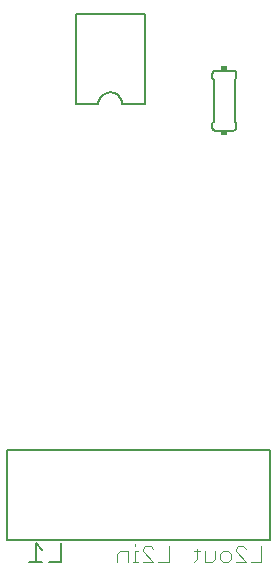
<source format=gbo>
G75*
G70*
%OFA0B0*%
%FSLAX24Y24*%
%IPPOS*%
%LPD*%
%AMOC8*
5,1,8,0,0,1.08239X$1,22.5*
%
%ADD10C,0.0060*%
%ADD11C,0.0040*%
%ADD12R,0.0200X0.0150*%
%ADD13C,0.0050*%
D10*
X002618Y000990D02*
X003045Y000990D01*
X002832Y000990D02*
X002832Y001631D01*
X003045Y001417D01*
X003263Y000990D02*
X003690Y000990D01*
X003690Y001631D01*
X008823Y015383D02*
X009423Y015383D01*
X009440Y015385D01*
X009457Y015389D01*
X009473Y015396D01*
X009487Y015406D01*
X009500Y015419D01*
X009510Y015433D01*
X009517Y015449D01*
X009521Y015466D01*
X009523Y015483D01*
X009523Y015633D01*
X009473Y015683D01*
X009473Y017083D01*
X009523Y017133D01*
X009523Y017283D01*
X009521Y017300D01*
X009517Y017317D01*
X009510Y017333D01*
X009500Y017347D01*
X009487Y017360D01*
X009473Y017370D01*
X009457Y017377D01*
X009440Y017381D01*
X009423Y017383D01*
X008823Y017383D01*
X008806Y017381D01*
X008789Y017377D01*
X008773Y017370D01*
X008759Y017360D01*
X008746Y017347D01*
X008736Y017333D01*
X008729Y017317D01*
X008725Y017300D01*
X008723Y017283D01*
X008723Y017133D01*
X008773Y017083D01*
X008773Y015683D01*
X008723Y015633D01*
X008723Y015483D01*
X008725Y015466D01*
X008729Y015449D01*
X008736Y015433D01*
X008746Y015419D01*
X008759Y015406D01*
X008773Y015396D01*
X008789Y015389D01*
X008806Y015385D01*
X008823Y015383D01*
X006468Y016259D02*
X005718Y016259D01*
X005716Y016298D01*
X005710Y016337D01*
X005701Y016375D01*
X005688Y016412D01*
X005671Y016448D01*
X005651Y016481D01*
X005627Y016513D01*
X005601Y016542D01*
X005572Y016568D01*
X005540Y016592D01*
X005507Y016612D01*
X005471Y016629D01*
X005434Y016642D01*
X005396Y016651D01*
X005357Y016657D01*
X005318Y016659D01*
X005279Y016657D01*
X005240Y016651D01*
X005202Y016642D01*
X005165Y016629D01*
X005129Y016612D01*
X005096Y016592D01*
X005064Y016568D01*
X005035Y016542D01*
X005009Y016513D01*
X004985Y016481D01*
X004965Y016448D01*
X004948Y016412D01*
X004935Y016375D01*
X004926Y016337D01*
X004920Y016298D01*
X004918Y016259D01*
X004168Y016259D01*
X004168Y019259D01*
X006468Y019259D01*
X006468Y016259D01*
D11*
X006152Y001617D02*
X006152Y001530D01*
X006152Y001357D02*
X006152Y001010D01*
X006239Y001010D02*
X006065Y001010D01*
X005895Y001010D02*
X005895Y001357D01*
X005635Y001357D01*
X005548Y001270D01*
X005548Y001010D01*
X006152Y001357D02*
X006239Y001357D01*
X006407Y001357D02*
X006407Y001444D01*
X006494Y001530D01*
X006668Y001530D01*
X006754Y001444D01*
X006407Y001357D02*
X006754Y001010D01*
X006407Y001010D01*
X006923Y001010D02*
X007270Y001010D01*
X007270Y001530D01*
X008124Y001357D02*
X008297Y001357D01*
X008211Y001444D02*
X008211Y001097D01*
X008124Y001010D01*
X008466Y001010D02*
X008466Y001357D01*
X008466Y001010D02*
X008726Y001010D01*
X008813Y001097D01*
X008813Y001357D01*
X008982Y001270D02*
X008982Y001097D01*
X009068Y001010D01*
X009242Y001010D01*
X009329Y001097D01*
X009329Y001270D01*
X009242Y001357D01*
X009068Y001357D01*
X008982Y001270D01*
X009497Y001357D02*
X009497Y001444D01*
X009584Y001530D01*
X009758Y001530D01*
X009844Y001444D01*
X009497Y001357D02*
X009844Y001010D01*
X009497Y001010D01*
X010013Y001010D02*
X010360Y001010D01*
X010360Y001530D01*
D12*
X009123Y015308D03*
X009123Y017458D03*
D13*
X010640Y001740D02*
X001890Y001740D01*
X001890Y004740D01*
X010640Y004740D01*
X010640Y001740D01*
M02*

</source>
